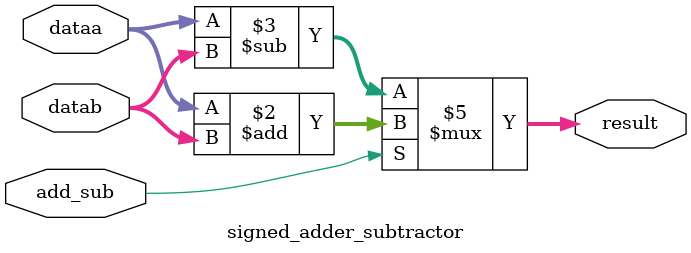
<source format=v>

module signed_adder_subtractor
#(parameter WIDTH=64)
(
	input signed [WIDTH-1:0] dataa,
	input signed [WIDTH-1:0] datab,
	input add_sub,	  // if this is 1, add; else subtract
	output reg [WIDTH-1:0] result
);
	
	always @ (*)
	begin
		if (add_sub)
			result <= dataa + datab;
		else
			result <= dataa - datab;
	end

endmodule
</source>
